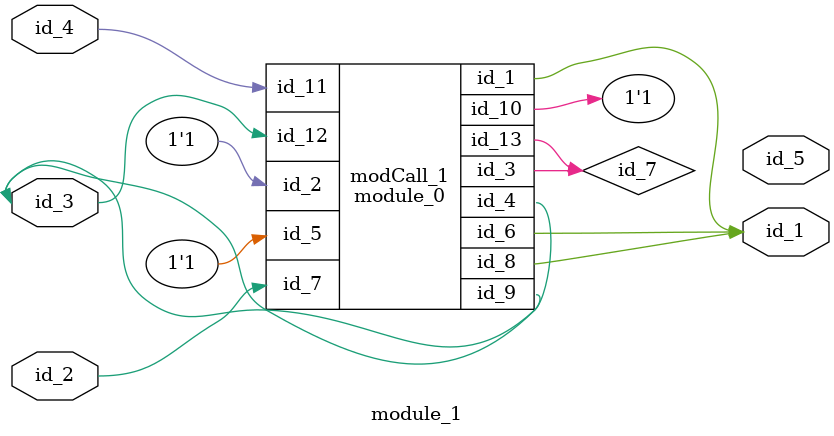
<source format=v>
module module_0 (
    id_1,
    id_2,
    id_3,
    id_4,
    id_5,
    id_6,
    id_7,
    id_8,
    id_9,
    id_10,
    id_11,
    id_12,
    id_13
);
  output wire id_13;
  input wire id_12;
  input wire id_11;
  output wire id_10;
  inout wire id_9;
  output wire id_8;
  input wire id_7;
  output wire id_6;
  input wire id_5;
  output wire id_4;
  output wire id_3;
  input wire id_2;
  output wire id_1;
  wire id_14;
endmodule
module module_1 (
    id_1,
    id_2,
    id_3,
    id_4,
    id_5
);
  output wire id_5;
  input wire id_4;
  inout wire id_3;
  input wire id_2;
  output wire id_1;
  parameter id_6 = -1;
  wire id_7;
  module_0 modCall_1 (
      id_1,
      id_6,
      id_7,
      id_3,
      id_6,
      id_1,
      id_2,
      id_1,
      id_3,
      id_6,
      id_4,
      id_3,
      id_7
  );
  wire id_8;
  wire id_9 = id_9;
endmodule

</source>
